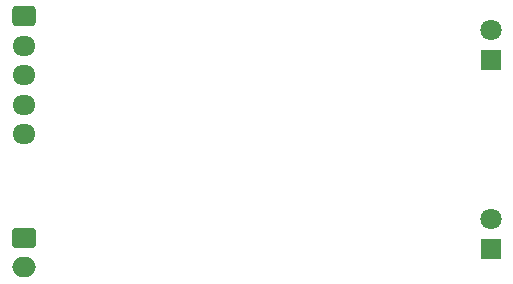
<source format=gbr>
%TF.GenerationSoftware,KiCad,Pcbnew,(6.0.4)*%
%TF.CreationDate,2022-04-25T12:40:36+02:00*%
%TF.ProjectId,switchpcb,73776974-6368-4706-9362-2e6b69636164,rev?*%
%TF.SameCoordinates,Original*%
%TF.FileFunction,Soldermask,Top*%
%TF.FilePolarity,Negative*%
%FSLAX46Y46*%
G04 Gerber Fmt 4.6, Leading zero omitted, Abs format (unit mm)*
G04 Created by KiCad (PCBNEW (6.0.4)) date 2022-04-25 12:40:36*
%MOMM*%
%LPD*%
G01*
G04 APERTURE LIST*
G04 Aperture macros list*
%AMRoundRect*
0 Rectangle with rounded corners*
0 $1 Rounding radius*
0 $2 $3 $4 $5 $6 $7 $8 $9 X,Y pos of 4 corners*
0 Add a 4 corners polygon primitive as box body*
4,1,4,$2,$3,$4,$5,$6,$7,$8,$9,$2,$3,0*
0 Add four circle primitives for the rounded corners*
1,1,$1+$1,$2,$3*
1,1,$1+$1,$4,$5*
1,1,$1+$1,$6,$7*
1,1,$1+$1,$8,$9*
0 Add four rect primitives between the rounded corners*
20,1,$1+$1,$2,$3,$4,$5,0*
20,1,$1+$1,$4,$5,$6,$7,0*
20,1,$1+$1,$6,$7,$8,$9,0*
20,1,$1+$1,$8,$9,$2,$3,0*%
G04 Aperture macros list end*
%ADD10R,1.800000X1.800000*%
%ADD11C,1.800000*%
%ADD12RoundRect,0.250000X-0.750000X0.600000X-0.750000X-0.600000X0.750000X-0.600000X0.750000X0.600000X0*%
%ADD13O,2.000000X1.700000*%
%ADD14RoundRect,0.250000X-0.725000X0.600000X-0.725000X-0.600000X0.725000X-0.600000X0.725000X0.600000X0*%
%ADD15O,1.950000X1.700000*%
G04 APERTURE END LIST*
D10*
%TO.C,D1*%
X69000000Y-107750000D03*
D11*
X69000000Y-105210000D03*
%TD*%
D10*
%TO.C,D2*%
X69000000Y-123750000D03*
D11*
X69000000Y-121210000D03*
%TD*%
D12*
%TO.C,J2*%
X29500000Y-122750000D03*
D13*
X29500000Y-125250000D03*
%TD*%
D14*
%TO.C,J1*%
X29500000Y-104000000D03*
D15*
X29500000Y-106500000D03*
X29500000Y-109000000D03*
X29500000Y-111500000D03*
X29500000Y-114000000D03*
%TD*%
M02*

</source>
